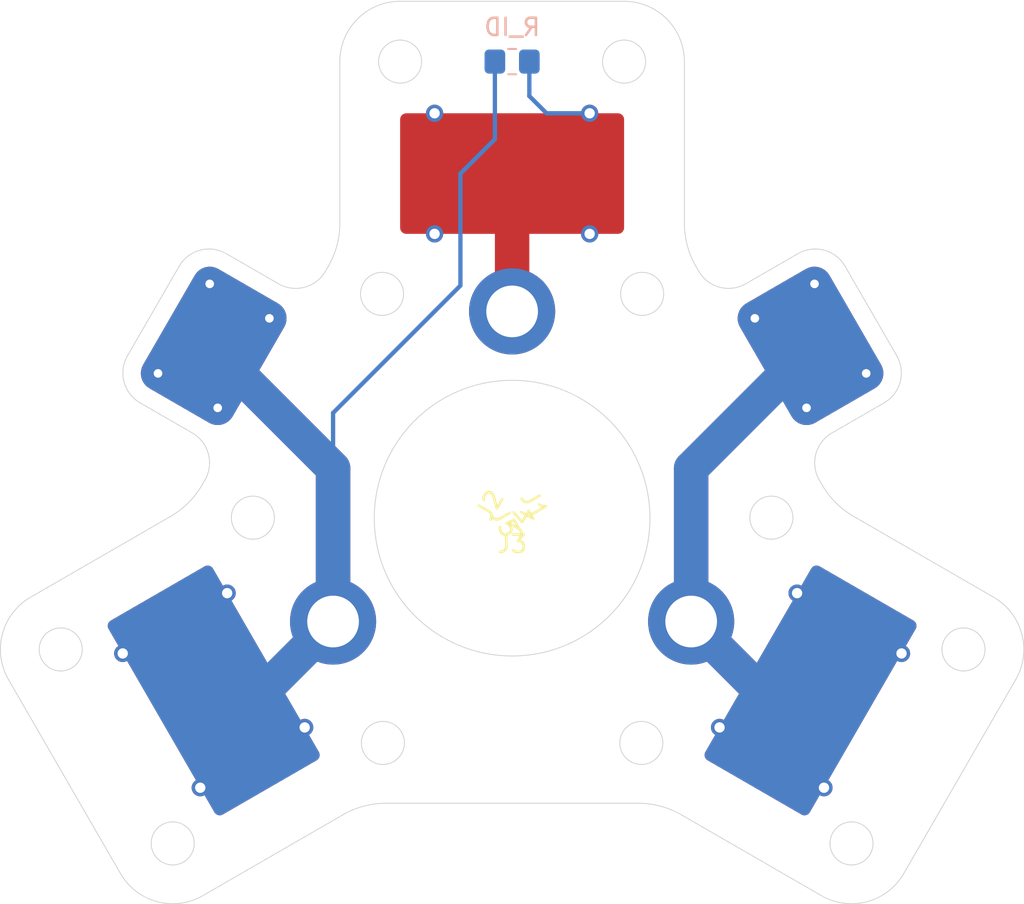
<source format=kicad_pcb>
(kicad_pcb (version 20171130) (host pcbnew 5.1.9+dfsg1-1+deb11u1)

  (general
    (thickness 1.6)
    (drawings 57)
    (tracks 36)
    (zones 0)
    (modules 6)
    (nets 4)
  )

  (page A4)
  (layers
    (0 F.Cu signal)
    (31 B.Cu signal)
    (32 B.Adhes user)
    (33 F.Adhes user)
    (34 B.Paste user)
    (35 F.Paste user)
    (36 B.SilkS user)
    (37 F.SilkS user)
    (38 B.Mask user)
    (39 F.Mask user)
    (40 Dwgs.User user)
    (41 Cmts.User user)
    (42 Eco1.User user)
    (43 Eco2.User user)
    (44 Edge.Cuts user)
    (45 Margin user)
    (46 B.CrtYd user)
    (47 F.CrtYd user)
    (48 B.Fab user)
    (49 F.Fab user)
  )

  (setup
    (last_trace_width 0.25)
    (user_trace_width 2)
    (trace_clearance 0.2)
    (zone_clearance 0.508)
    (zone_45_only no)
    (trace_min 0.2)
    (via_size 0.8)
    (via_drill 0.4)
    (via_min_size 0.4)
    (via_min_drill 0.3)
    (uvia_size 0.3)
    (uvia_drill 0.1)
    (uvias_allowed no)
    (uvia_min_size 0.2)
    (uvia_min_drill 0.1)
    (edge_width 0.05)
    (segment_width 0.2)
    (pcb_text_width 0.3)
    (pcb_text_size 1.5 1.5)
    (mod_edge_width 0.12)
    (mod_text_size 1 1)
    (mod_text_width 0.15)
    (pad_size 1.524 1.524)
    (pad_drill 0.762)
    (pad_to_mask_clearance 0)
    (aux_axis_origin 0 0)
    (visible_elements FFFFFF7F)
    (pcbplotparams
      (layerselection 0x010fc_ffffffff)
      (usegerberextensions true)
      (usegerberattributes false)
      (usegerberadvancedattributes false)
      (creategerberjobfile false)
      (excludeedgelayer true)
      (linewidth 0.100000)
      (plotframeref false)
      (viasonmask false)
      (mode 1)
      (useauxorigin false)
      (hpglpennumber 1)
      (hpglpenspeed 20)
      (hpglpendiameter 15.000000)
      (psnegative false)
      (psa4output false)
      (plotreference true)
      (plotvalue false)
      (plotinvisibletext false)
      (padsonsilk false)
      (subtractmaskfromsilk true)
      (outputformat 1)
      (mirror false)
      (drillshape 0)
      (scaleselection 1)
      (outputdirectory "gerber/"))
  )

  (net 0 "")
  (net 1 GND)
  (net 2 VCC)
  (net 3 ID)

  (net_class Default "This is the default net class."
    (clearance 0.2)
    (trace_width 0.25)
    (via_dia 0.8)
    (via_drill 0.4)
    (uvia_dia 0.3)
    (uvia_drill 0.1)
    (add_net GND)
    (add_net ID)
    (add_net VCC)
  )

  (module custom-footprints:tool-plate-lock-pad-single-side (layer F.Cu) (tedit 65E126A0) (tstamp 65E127E8)
    (at 155 105)
    (path /65E08941)
    (fp_text reference J3 (at 0 1.5) (layer F.SilkS)
      (effects (font (size 1 1) (thickness 0.15)))
    )
    (fp_text value lock-pad (at 0 3) (layer F.Fab)
      (effects (font (size 1 1) (thickness 0.15)))
    )
    (fp_circle (center 0 0) (end 8 0) (layer Dwgs.User) (width 0.12))
    (fp_line (start -0.5 0.5) (end 0.5 -0.5) (layer Dwgs.User) (width 0.12))
    (fp_line (start -0.5 -0.5) (end 0.5 0.5) (layer Dwgs.User) (width 0.12))
    (fp_line (start 0 -12) (end 0 -16.5) (layer Dwgs.User) (width 0.12))
    (fp_line (start 0 -12) (end -6.5 -12) (layer Dwgs.User) (width 0.12))
    (fp_line (start 0 -12) (end 6.5 -12) (layer Dwgs.User) (width 0.12))
    (fp_line (start 0 0) (end 0 -12) (layer Dwgs.User) (width 0.12))
    (fp_line (start -6.5 -16.5) (end 0 -16.5) (layer Dwgs.User) (width 0.12))
    (fp_line (start -6.5 -23.5) (end -6.5 -16.5) (layer Dwgs.User) (width 0.12))
    (fp_line (start 6.5 -23.5) (end -6.5 -23.5) (layer Dwgs.User) (width 0.12))
    (fp_line (start 6.5 -16.5) (end 6.5 -23.5) (layer Dwgs.User) (width 0.12))
    (fp_line (start 0 -16.5) (end 6.5 -16.5) (layer Dwgs.User) (width 0.12))
    (pad 1 thru_hole circle (at 4.5 -16.5) (size 1 1) (drill 0.6) (layers *.Cu *.Mask)
      (net 3 ID))
    (pad 1 thru_hole circle (at -4.5 -16.5) (size 1 1) (drill 0.6) (layers *.Cu *.Mask)
      (net 3 ID))
    (pad 1 thru_hole circle (at 4.5 -23.5) (size 1 1) (drill 0.6) (layers *.Cu *.Mask)
      (net 3 ID))
    (pad 1 thru_hole circle (at -4.5 -23.5) (size 1 1) (drill 0.6) (layers *.Cu *.Mask)
      (net 3 ID))
    (pad 1 smd roundrect (at 0 -20) (size 13 7) (layers F.Cu F.Paste F.Mask) (roundrect_rratio 0.05)
      (net 3 ID))
    (pad 1 thru_hole circle (at 0 -12) (size 5 5) (drill 3) (layers *.Cu *.Mask)
      (net 3 ID))
  )

  (module custom-footprints:tool-plate-solder-pad (layer F.Cu) (tedit 65E07BFC) (tstamp 65E0D8E9)
    (at 155 105 300)
    (path /65E092F1)
    (fp_text reference J5 (at 0 0.5 120) (layer F.SilkS)
      (effects (font (size 1 1) (thickness 0.15)))
    )
    (fp_text value solder-pad (at 0 -0.5 120) (layer F.Fab)
      (effects (font (size 1 1) (thickness 0.15)))
    )
    (fp_circle (center 0 0) (end 8 0) (layer Dwgs.User) (width 0.12))
    (fp_line (start 0 0) (end 0 -17) (layer Dwgs.User) (width 0.12))
    (fp_line (start 0 -17) (end 5 -17) (layer Dwgs.User) (width 0.12))
    (fp_line (start 0 -17) (end -5 -17) (layer Dwgs.User) (width 0.12))
    (fp_line (start -5 -17) (end -5 -23) (layer Dwgs.User) (width 0.12))
    (fp_line (start -5 -23) (end 5 -23) (layer Dwgs.User) (width 0.12))
    (fp_line (start 5 -23) (end 5 -17) (layer Dwgs.User) (width 0.12))
    (fp_line (start -5 -23) (end -5 -24) (layer Dwgs.User) (width 0.12))
    (fp_line (start -5 -24) (end 5 -24) (layer Dwgs.User) (width 0.12))
    (fp_line (start 5 -24) (end 5 -23) (layer Dwgs.User) (width 0.12))
    (pad 1 thru_hole circle (at 3 -18 300) (size 1 1) (drill 0.5) (layers *.Cu *.Mask)
      (net 2 VCC))
    (pad 1 thru_hole circle (at 3 -22 300) (size 1 1) (drill 0.5) (layers *.Cu *.Mask)
      (net 2 VCC))
    (pad 1 thru_hole circle (at -3 -18 300) (size 1 1) (drill 0.5) (layers *.Cu *.Mask)
      (net 2 VCC))
    (pad 1 thru_hole circle (at -3 -22 300) (size 1 1) (drill 0.5) (layers *.Cu *.Mask)
      (net 2 VCC))
    (pad 1 smd roundrect (at 0 -20 300) (size 8 6) (layers B.Cu B.Paste B.Mask) (roundrect_rratio 0.167)
      (net 2 VCC))
    (pad 1 smd roundrect (at 0 -20 300) (size 8 6) (layers F.Cu F.Paste F.Mask) (roundrect_rratio 0.167)
      (net 2 VCC))
  )

  (module custom-footprints:tool-plate-solder-pad (layer F.Cu) (tedit 65E07BFC) (tstamp 65E0D8DA)
    (at 155 105 60)
    (path /65E07DD2)
    (fp_text reference J4 (at 0 0.5 60) (layer F.SilkS)
      (effects (font (size 1 1) (thickness 0.15)))
    )
    (fp_text value solder-pad (at 0 -0.5 60) (layer F.Fab)
      (effects (font (size 1 1) (thickness 0.15)))
    )
    (fp_circle (center 0 0) (end 8 0) (layer Dwgs.User) (width 0.12))
    (fp_line (start 0 0) (end 0 -17) (layer Dwgs.User) (width 0.12))
    (fp_line (start 0 -17) (end 5 -17) (layer Dwgs.User) (width 0.12))
    (fp_line (start 0 -17) (end -5 -17) (layer Dwgs.User) (width 0.12))
    (fp_line (start -5 -17) (end -5 -23) (layer Dwgs.User) (width 0.12))
    (fp_line (start -5 -23) (end 5 -23) (layer Dwgs.User) (width 0.12))
    (fp_line (start 5 -23) (end 5 -17) (layer Dwgs.User) (width 0.12))
    (fp_line (start -5 -23) (end -5 -24) (layer Dwgs.User) (width 0.12))
    (fp_line (start -5 -24) (end 5 -24) (layer Dwgs.User) (width 0.12))
    (fp_line (start 5 -24) (end 5 -23) (layer Dwgs.User) (width 0.12))
    (pad 1 thru_hole circle (at 3 -18 60) (size 1 1) (drill 0.5) (layers *.Cu *.Mask)
      (net 1 GND))
    (pad 1 thru_hole circle (at 3 -22 60) (size 1 1) (drill 0.5) (layers *.Cu *.Mask)
      (net 1 GND))
    (pad 1 thru_hole circle (at -3 -18 60) (size 1 1) (drill 0.5) (layers *.Cu *.Mask)
      (net 1 GND))
    (pad 1 thru_hole circle (at -3 -22 60) (size 1 1) (drill 0.5) (layers *.Cu *.Mask)
      (net 1 GND))
    (pad 1 smd roundrect (at 0 -20 60) (size 8 6) (layers B.Cu B.Paste B.Mask) (roundrect_rratio 0.167)
      (net 1 GND))
    (pad 1 smd roundrect (at 0 -20 60) (size 8 6) (layers F.Cu F.Paste F.Mask) (roundrect_rratio 0.167)
      (net 1 GND))
  )

  (module custom-footprints:tool-plate-lock-pad (layer F.Cu) (tedit 65E07A9C) (tstamp 65E0D8B5)
    (at 155 105 240)
    (path /65E084BE)
    (fp_text reference J2 (at 0 1.5 60) (layer F.SilkS)
      (effects (font (size 1 1) (thickness 0.15)))
    )
    (fp_text value lock-pad (at 0 3 60) (layer F.Fab)
      (effects (font (size 1 1) (thickness 0.15)))
    )
    (fp_line (start 0 -16.5) (end 6.5 -16.5) (layer Dwgs.User) (width 0.12))
    (fp_line (start 6.5 -16.5) (end 6.5 -23.5) (layer Dwgs.User) (width 0.12))
    (fp_line (start 6.5 -23.5) (end -6.5 -23.5) (layer Dwgs.User) (width 0.12))
    (fp_line (start -6.5 -23.5) (end -6.5 -16.5) (layer Dwgs.User) (width 0.12))
    (fp_line (start -6.5 -16.5) (end 0 -16.5) (layer Dwgs.User) (width 0.12))
    (fp_line (start 0 0) (end 0 -12) (layer Dwgs.User) (width 0.12))
    (fp_line (start 0 -12) (end 6.5 -12) (layer Dwgs.User) (width 0.12))
    (fp_line (start 0 -12) (end -6.5 -12) (layer Dwgs.User) (width 0.12))
    (fp_line (start 0 -12) (end 0 -16.5) (layer Dwgs.User) (width 0.12))
    (fp_line (start -0.5 -0.5) (end 0.5 0.5) (layer Dwgs.User) (width 0.12))
    (fp_line (start -0.5 0.5) (end 0.5 -0.5) (layer Dwgs.User) (width 0.12))
    (fp_circle (center 0 0) (end 8 0) (layer Dwgs.User) (width 0.12))
    (pad 1 smd roundrect (at 0 -20 240) (size 13 7) (layers B.Cu B.Paste B.Mask) (roundrect_rratio 0.05)
      (net 2 VCC))
    (pad 1 thru_hole circle (at 4.5 -16.5 240) (size 1 1) (drill 0.6) (layers *.Cu *.Mask)
      (net 2 VCC))
    (pad 1 thru_hole circle (at -4.5 -16.5 240) (size 1 1) (drill 0.6) (layers *.Cu *.Mask)
      (net 2 VCC))
    (pad 1 thru_hole circle (at 4.5 -23.5 240) (size 1 1) (drill 0.6) (layers *.Cu *.Mask)
      (net 2 VCC))
    (pad 1 thru_hole circle (at -4.5 -23.5 240) (size 1 1) (drill 0.6) (layers *.Cu *.Mask)
      (net 2 VCC))
    (pad 1 smd roundrect (at 0 -20 240) (size 13 7) (layers F.Cu F.Paste F.Mask) (roundrect_rratio 0.05)
      (net 2 VCC))
    (pad 1 thru_hole circle (at 0 -12 240) (size 5 5) (drill 3) (layers *.Cu *.Mask)
      (net 2 VCC))
  )

  (module custom-footprints:tool-plate-lock-pad (layer F.Cu) (tedit 65E07A9C) (tstamp 65E0D89F)
    (at 155 105 120)
    (path /65E07B4E)
    (fp_text reference J1 (at 0 1.5 120) (layer F.SilkS)
      (effects (font (size 1 1) (thickness 0.15)))
    )
    (fp_text value lock-pad (at 0 3 120) (layer F.Fab)
      (effects (font (size 1 1) (thickness 0.15)))
    )
    (fp_line (start 0 -16.5) (end 6.5 -16.5) (layer Dwgs.User) (width 0.12))
    (fp_line (start 6.5 -16.5) (end 6.5 -23.5) (layer Dwgs.User) (width 0.12))
    (fp_line (start 6.5 -23.5) (end -6.5 -23.5) (layer Dwgs.User) (width 0.12))
    (fp_line (start -6.5 -23.5) (end -6.5 -16.5) (layer Dwgs.User) (width 0.12))
    (fp_line (start -6.5 -16.5) (end 0 -16.5) (layer Dwgs.User) (width 0.12))
    (fp_line (start 0 0) (end 0 -12) (layer Dwgs.User) (width 0.12))
    (fp_line (start 0 -12) (end 6.5 -12) (layer Dwgs.User) (width 0.12))
    (fp_line (start 0 -12) (end -6.5 -12) (layer Dwgs.User) (width 0.12))
    (fp_line (start 0 -12) (end 0 -16.5) (layer Dwgs.User) (width 0.12))
    (fp_line (start -0.5 -0.5) (end 0.5 0.5) (layer Dwgs.User) (width 0.12))
    (fp_line (start -0.5 0.5) (end 0.5 -0.5) (layer Dwgs.User) (width 0.12))
    (fp_circle (center 0 0) (end 8 0) (layer Dwgs.User) (width 0.12))
    (pad 1 smd roundrect (at 0 -20 120) (size 13 7) (layers B.Cu B.Paste B.Mask) (roundrect_rratio 0.05)
      (net 1 GND))
    (pad 1 thru_hole circle (at 4.5 -16.5 120) (size 1 1) (drill 0.6) (layers *.Cu *.Mask)
      (net 1 GND))
    (pad 1 thru_hole circle (at -4.5 -16.5 120) (size 1 1) (drill 0.6) (layers *.Cu *.Mask)
      (net 1 GND))
    (pad 1 thru_hole circle (at 4.5 -23.5 120) (size 1 1) (drill 0.6) (layers *.Cu *.Mask)
      (net 1 GND))
    (pad 1 thru_hole circle (at -4.5 -23.5 120) (size 1 1) (drill 0.6) (layers *.Cu *.Mask)
      (net 1 GND))
    (pad 1 smd roundrect (at 0 -20 120) (size 13 7) (layers F.Cu F.Paste F.Mask) (roundrect_rratio 0.05)
      (net 1 GND))
    (pad 1 thru_hole circle (at 0 -12 120) (size 5 5) (drill 3) (layers *.Cu *.Mask)
      (net 1 GND))
  )

  (module Resistor_SMD:R_0805_2012Metric_Pad1.20x1.40mm_HandSolder (layer B.Cu) (tedit 5F68FEEE) (tstamp 65E0F7D0)
    (at 155 78.5 180)
    (descr "Resistor SMD 0805 (2012 Metric), square (rectangular) end terminal, IPC_7351 nominal with elongated pad for handsoldering. (Body size source: IPC-SM-782 page 72, https://www.pcb-3d.com/wordpress/wp-content/uploads/ipc-sm-782a_amendment_1_and_2.pdf), generated with kicad-footprint-generator")
    (tags "resistor handsolder")
    (path /65E0CDB8)
    (attr smd)
    (fp_text reference R1 (at 0 1.65) (layer B.SilkS) hide
      (effects (font (size 1 1) (thickness 0.15)) (justify mirror))
    )
    (fp_text value R_ID (at 0 -1.65) (layer B.Fab)
      (effects (font (size 1 1) (thickness 0.15)) (justify mirror))
    )
    (fp_line (start 1.85 -0.95) (end -1.85 -0.95) (layer B.CrtYd) (width 0.05))
    (fp_line (start 1.85 0.95) (end 1.85 -0.95) (layer B.CrtYd) (width 0.05))
    (fp_line (start -1.85 0.95) (end 1.85 0.95) (layer B.CrtYd) (width 0.05))
    (fp_line (start -1.85 -0.95) (end -1.85 0.95) (layer B.CrtYd) (width 0.05))
    (fp_line (start -0.227064 -0.735) (end 0.227064 -0.735) (layer B.SilkS) (width 0.12))
    (fp_line (start -0.227064 0.735) (end 0.227064 0.735) (layer B.SilkS) (width 0.12))
    (fp_line (start 1 -0.625) (end -1 -0.625) (layer B.Fab) (width 0.1))
    (fp_line (start 1 0.625) (end 1 -0.625) (layer B.Fab) (width 0.1))
    (fp_line (start -1 0.625) (end 1 0.625) (layer B.Fab) (width 0.1))
    (fp_line (start -1 -0.625) (end -1 0.625) (layer B.Fab) (width 0.1))
    (fp_text user %R (at 0 0) (layer B.Fab)
      (effects (font (size 0.5 0.5) (thickness 0.08)) (justify mirror))
    )
    (pad 1 smd roundrect (at -1 0 180) (size 1.2 1.4) (layers B.Cu B.Paste B.Mask) (roundrect_rratio 0.2083325)
      (net 3 ID))
    (pad 2 smd roundrect (at 1 0 180) (size 1.2 1.4) (layers B.Cu B.Paste B.Mask) (roundrect_rratio 0.2083325)
      (net 1 GND))
    (model ${KISYS3DMOD}/Resistor_SMD.3dshapes/R_0805_2012Metric.wrl
      (at (xyz 0 0 0))
      (scale (xyz 1 1 1))
      (rotate (xyz 0 0 0))
    )
  )

  (gr_circle (center 161.5 78.5) (end 162.75 78.5) (layer Edge.Cuts) (width 0.05))
  (gr_circle (center 162.54904 91.98131) (end 163.79904 91.98131) (layer Edge.Cuts) (width 0.05))
  (gr_circle (center 181.1997 112.6208) (end 182.4497 112.6208) (layer Edge.Cuts) (width 0.05))
  (gr_circle (center 170.049 104.9717) (end 171.299 104.9717) (layer Edge.Cuts) (width 0.05))
  (gr_circle (center 174.6997 123.8792) (end 175.9497 123.8792) (layer Edge.Cuts) (width 0.05))
  (gr_circle (center 162.5 118.046999) (end 163.75 118.046999) (layer Edge.Cuts) (width 0.05))
  (gr_circle (center 148.5 78.5) (end 149.75 78.5) (layer Edge.Cuts) (width 0.05))
  (gr_circle (center 147.45096 91.98131) (end 148.70096 91.98131) (layer Edge.Cuts) (width 0.05))
  (gr_circle (center 155 105) (end 163 105) (layer Edge.Cuts) (width 0.05))
  (gr_circle (center 147.5 118.046999) (end 148.75 118.046999) (layer Edge.Cuts) (width 0.05))
  (gr_circle (center 139.951 104.9717) (end 141.201 104.9717) (layer Edge.Cuts) (width 0.05))
  (gr_circle (center 128.8003 112.6208) (end 130.0503 112.6208) (layer Edge.Cuts) (width 0.05))
  (gr_circle (center 135.3003 123.8792) (end 136.5503 123.8792) (layer Edge.Cuts) (width 0.05))
  (gr_arc (start 142.4378 89.66432) (end 141.4378 91.39637) (angle -90) (layer Edge.Cuts) (width 0.05))
  (gr_line (start 138.4067 89.64637) (end 141.4378 91.39637) (layer Edge.Cuts) (width 0.05))
  (gr_arc (start 137.4067 91.37842) (end 138.4067 89.646369) (angle -90) (layer Edge.Cuts) (width 0.05))
  (gr_line (start 132.6747 95.5746) (end 135.6747 90.37842) (layer Edge.Cuts) (width 0.05))
  (gr_arc (start 134.4067 96.5746) (end 132.67465 95.5746) (angle -90) (layer Edge.Cuts) (width 0.05))
  (gr_line (start 136.4378 100.0566) (end 133.4067 98.3066) (layer Edge.Cuts) (width 0.05))
  (gr_arc (start 135.4378 101.7887) (end 137.169851 102.7887) (angle -90) (layer Edge.Cuts) (width 0.05))
  (gr_line (start 137.1699 102.7887) (end 137.0096 103.0662) (layer Edge.Cuts) (width 0.05))
  (gr_arc (start 132.6795 100.5662) (end 135.1795 104.896327) (angle -30) (layer Edge.Cuts) (width 0.05))
  (gr_line (start 135.1795 104.8964) (end 127.0503 109.5897) (layer Edge.Cuts) (width 0.05))
  (gr_arc (start 128.8003 112.6208) (end 127.0503 109.589711) (angle -90) (layer Edge.Cuts) (width 0.05))
  (gr_line (start 125.7692 114.3708) (end 132.2692 125.6292) (layer Edge.Cuts) (width 0.05))
  (gr_arc (start 135.3003 123.8792) (end 132.269212 125.6292) (angle -90) (layer Edge.Cuts) (width 0.05))
  (gr_line (start 145.17949 122.2169) (end 137.0503 126.9103) (layer Edge.Cuts) (width 0.05))
  (gr_arc (start 147.67949 126.547) (end 147.67949 121.547) (angle -30) (layer Edge.Cuts) (width 0.05))
  (gr_line (start 162.32051 121.547) (end 147.67949 121.547) (layer Edge.Cuts) (width 0.05))
  (gr_arc (start 162.32051 126.547) (end 164.82051 122.216872) (angle -30) (layer Edge.Cuts) (width 0.05))
  (gr_line (start 164.82051 122.2169) (end 172.9497 126.9103) (layer Edge.Cuts) (width 0.05))
  (gr_arc (start 174.6997 123.8792) (end 172.9497 126.910288) (angle -90) (layer Edge.Cuts) (width 0.05))
  (gr_line (start 177.7308 125.6292) (end 184.2308 114.3708) (layer Edge.Cuts) (width 0.05))
  (gr_arc (start 181.1997 112.6208) (end 184.230788 114.3708) (angle -90) (layer Edge.Cuts) (width 0.05))
  (gr_line (start 182.9497 109.5897) (end 174.8205 104.8964) (layer Edge.Cuts) (width 0.05))
  (gr_arc (start 177.3205 100.5662) (end 172.990372 103.0662) (angle -30) (layer Edge.Cuts) (width 0.05))
  (gr_line (start 172.8301 102.7887) (end 172.9904 103.0662) (layer Edge.Cuts) (width 0.05))
  (gr_arc (start 174.5622 101.7887) (end 173.5622 100.056649) (angle -90) (layer Edge.Cuts) (width 0.05))
  (gr_line (start 173.5622 100.0566) (end 176.5933 98.3066) (layer Edge.Cuts) (width 0.05))
  (gr_arc (start 175.5933 96.5746) (end 176.5933 98.30665) (angle -90) (layer Edge.Cuts) (width 0.05))
  (gr_line (start 177.3253 95.5746) (end 174.3253 90.37842) (layer Edge.Cuts) (width 0.05))
  (gr_arc (start 172.5933 91.37842) (end 174.32535 90.37842) (angle -90) (layer Edge.Cuts) (width 0.05))
  (gr_line (start 171.5933 89.64637) (end 168.5622 91.39637) (layer Edge.Cuts) (width 0.05))
  (gr_arc (start 167.5622 89.66432) (end 165.830149 90.66432) (angle -90) (layer Edge.Cuts) (width 0.05))
  (gr_line (start 165.6699 90.38675) (end 165.8301 90.66432) (layer Edge.Cuts) (width 0.05))
  (gr_arc (start 170 87.88675) (end 165 87.886749) (angle -30) (layer Edge.Cuts) (width 0.05))
  (gr_line (start 165 87.88675) (end 165 78.5) (layer Edge.Cuts) (width 0.05))
  (gr_arc (start 161.5 78.5) (end 165 78.500001) (angle -90) (layer Edge.Cuts) (width 0.05))
  (gr_line (start 161.5 75) (end 148.5 75) (layer Edge.Cuts) (width 0.05))
  (gr_arc (start 148.5 78.5) (end 148.5 75) (angle -90) (layer Edge.Cuts) (width 0.05))
  (gr_line (start 145 87.88675) (end 145 78.5) (layer Edge.Cuts) (width 0.05))
  (gr_arc (start 140 87.88675) (end 144.330128 90.386749) (angle -30) (layer Edge.Cuts) (width 0.05))
  (gr_line (start 144.3301 90.38675) (end 144.1699 90.66432) (layer Edge.Cuts) (width 0.05))
  (gr_text R_ID (at 155 76.5) (layer B.SilkS) (tstamp 65E0F8E5)
    (effects (font (size 1 1) (thickness 0.15)) (justify mirror))
  )
  (gr_line (start 145 75) (end 165 75) (layer Dwgs.User) (width 0.15))
  (gr_circle (center 161.5 78.5) (end 159 78.5) (layer Dwgs.User) (width 0.15))
  (gr_circle (center 148.5 78.5) (end 151 78.5) (layer Dwgs.User) (width 0.15))

  (segment (start 144.607695 111) (end 144.607695 102.107695) (width 2) (layer F.Cu) (net 1))
  (segment (start 144.607695 102.107695) (end 137.5 95) (width 2) (layer F.Cu) (net 1))
  (segment (start 144.607695 111) (end 144.607695 102.107695) (width 2) (layer B.Cu) (net 1))
  (segment (start 144.607695 102.107695) (end 137.5 95) (width 2) (layer B.Cu) (net 1))
  (segment (start 137.679492 115) (end 135 115) (width 0.25) (layer B.Cu) (net 1))
  (segment (start 135 115) (end 132.5 112.5) (width 0.25) (layer B.Cu) (net 1))
  (segment (start 132.5 112.5) (end 137 117) (width 0.25) (layer B.Cu) (net 1))
  (segment (start 137 117) (end 143 117) (width 0.25) (layer B.Cu) (net 1))
  (segment (start 144.607695 111) (end 140.607695 115) (width 2) (layer F.Cu) (net 1))
  (segment (start 144.607695 111) (end 139 116.607695) (width 2) (layer B.Cu) (net 1))
  (segment (start 144.607695 98.892305) (end 150.5 93) (width 0.25) (layer B.Cu) (net 1))
  (segment (start 144.607695 102.107695) (end 144.607695 98.892305) (width 0.25) (layer B.Cu) (net 1))
  (segment (start 150.5 93) (end 151.5 92) (width 0.25) (layer B.Cu) (net 1))
  (segment (start 151.5 92) (end 152 91.5) (width 0.25) (layer B.Cu) (net 1))
  (segment (start 152 91.5) (end 152 85) (width 0.25) (layer B.Cu) (net 1))
  (segment (start 152 85) (end 154 83) (width 0.25) (layer B.Cu) (net 1))
  (segment (start 154 83) (end 154 78.5) (width 0.25) (layer B.Cu) (net 1))
  (segment (start 165.392305 111) (end 165.392305 102.107695) (width 2) (layer F.Cu) (net 2))
  (segment (start 165.392305 102.107695) (end 172.5 95) (width 2) (layer F.Cu) (net 2))
  (segment (start 165.392305 111) (end 165.392305 102.107695) (width 2) (layer B.Cu) (net 2))
  (segment (start 165.392305 102.107695) (end 172.5 95) (width 2) (layer B.Cu) (net 2))
  (segment (start 167.039419 117.147114) (end 170.352886 117.147114) (width 0.25) (layer B.Cu) (net 2))
  (segment (start 170.352886 117.147114) (end 175 112.5) (width 0.25) (layer B.Cu) (net 2))
  (segment (start 175 112.5) (end 177.5 112.5) (width 0.25) (layer B.Cu) (net 2))
  (segment (start 165.392305 111) (end 170.392305 116) (width 2) (layer F.Cu) (net 2))
  (segment (start 165.392305 111) (end 170 115.607695) (width 2) (layer B.Cu) (net 2))
  (segment (start 155 93) (end 155 85) (width 2) (layer F.Cu) (net 3))
  (segment (start 156 78.5) (end 156 80.5) (width 0.25) (layer B.Cu) (net 3))
  (segment (start 156 80.5) (end 157 81.5) (width 0.25) (layer B.Cu) (net 3))
  (segment (start 157 81.5) (end 159.5 81.5) (width 0.25) (layer B.Cu) (net 3))
  (segment (start 155 85) (end 152.5 85) (width 0.25) (layer F.Cu) (net 3))
  (segment (start 152.5 85) (end 150.5 87) (width 0.25) (layer F.Cu) (net 3))
  (segment (start 150.5 87) (end 150.5 88.5) (width 0.25) (layer F.Cu) (net 3))
  (segment (start 155 85) (end 157.5 85) (width 0.25) (layer F.Cu) (net 3))
  (segment (start 157.5 85) (end 159.5 87) (width 0.25) (layer F.Cu) (net 3))
  (segment (start 159.5 87) (end 159.5 88.5) (width 0.25) (layer F.Cu) (net 3))

)

</source>
